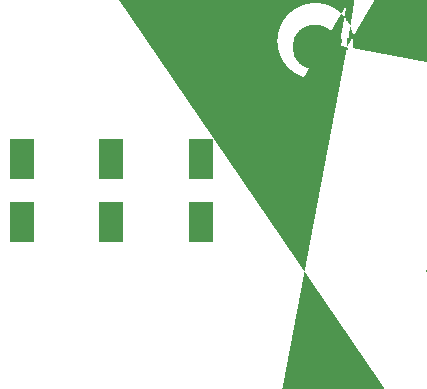
<source format=gbr>
%TF.GenerationSoftware,KiCad,Pcbnew,(6.0.4-0)*%
%TF.CreationDate,2022-06-23T19:39:28+02:00*%
%TF.ProjectId,GlowTubeLEDconnectorA_PCB,476c6f77-5475-4626-954c-4544636f6e6e,rev?*%
%TF.SameCoordinates,Original*%
%TF.FileFunction,Soldermask,Bot*%
%TF.FilePolarity,Negative*%
%FSLAX46Y46*%
G04 Gerber Fmt 4.6, Leading zero omitted, Abs format (unit mm)*
G04 Created by KiCad (PCBNEW (6.0.4-0)) date 2022-06-23 19:39:28*
%MOMM*%
%LPD*%
G01*
G04 APERTURE LIST*
G04 Aperture macros list*
%AMFreePoly0*
4,1,112,3.105582,3.191654,3.458980,3.129341,3.803230,3.028022,4.134041,2.888962,4.447289,2.713894,4.739071,2.504999,5.005748,2.264881,5.243998,1.996534,5.450851,1.703301,5.623729,1.388838,5.760476,1.057065,5.859388,0.712116,5.919233,0.358291,5.939265,0.000000,5.938012,-0.089748,5.907984,-0.447339,5.838283,-0.799355,5.729777,-1.141408,5.583820,-1.469234,5.402230,-1.778747,
5.187270,-2.066090,4.941620,-2.327680,4.668342,-2.560258,4.370841,-2.760925,4.052827,-2.927179,3.718263,-3.056948,3.371318,-3.148614,3.016317,-3.201036,2.657686,-3.213560,2.299893,-3.186029,1.947399,-3.118788,1.604597,-3.012673,1.275760,-2.869007,0.964987,-2.689582,0.676150,-2.476634,0.412851,-2.232816,0.178371,-1.961168,-0.024367,-1.665076,-0.192837,-1.348230,-0.324939,-1.014580,
-0.419026,-0.668283,-0.473925,-0.313657,-0.481420,-0.134825,-0.481581,-0.134460,-0.499164,0.000000,0.505984,0.000000,0.524968,-0.289640,0.581595,-0.574324,0.674897,-0.849181,0.803276,-1.109508,0.964536,-1.350851,1.155919,-1.569081,1.374149,-1.760464,1.615492,-1.921724,1.875819,-2.050103,2.150676,-2.143405,2.435360,-2.200032,2.725000,-2.219016,3.014640,-2.200032,3.299324,-2.143405,
3.574181,-2.050103,3.834508,-1.921724,4.075851,-1.760464,4.294081,-1.569081,4.485464,-1.350851,4.646724,-1.109508,4.775103,-0.849181,4.868405,-0.574324,4.925032,-0.289640,4.944016,0.000000,4.925032,0.289640,4.868405,0.574324,4.775103,0.849181,4.646724,1.109508,4.485464,1.350851,4.294081,1.569081,4.075851,1.760464,3.834508,1.921724,3.574181,2.050103,3.299324,2.143405,
3.014640,2.200032,2.725000,2.219016,2.435360,2.200032,2.150676,2.143405,1.875819,2.050103,1.615492,1.921724,1.374149,1.760464,1.155919,1.569081,0.964536,1.350851,0.803276,1.109508,0.674897,0.849181,0.581595,0.574324,0.524968,0.289640,0.505984,0.000000,-0.499164,0.000000,-0.499963,0.006109,-0.484897,0.102868,-0.463920,0.402854,-0.399140,0.755809,-0.295421,1.099343,
-0.154055,1.429175,0.023196,1.741194,0.234123,2.031510,0.476097,2.296505,0.746101,2.532875,1.040770,2.737676,1.356433,2.908354,1.689153,3.042782,2.034784,3.139284,2.389018,3.196657,2.747440,3.214187,3.105582,3.191654,3.105582,3.191654,$1*%
G04 Aperture macros list end*
%ADD10C,3.800000*%
%ADD11FreePoly0,180.000000*%
%ADD12R,2.000000X3.500000*%
G04 APERTURE END LIST*
D10*
%TO.C,U3*%
X114730030Y-60222540D03*
D11*
X117457800Y-60220000D03*
%TD*%
D12*
%TO.C,P6*%
X89950000Y-69710000D03*
%TD*%
%TO.C,P4*%
X105090000Y-75010800D03*
%TD*%
%TO.C,P3*%
X89950000Y-75010800D03*
%TD*%
%TO.C,P2*%
X97480000Y-69710000D03*
%TD*%
%TO.C,P5*%
X97480000Y-75010800D03*
%TD*%
%TO.C,P1*%
X105090000Y-69710000D03*
%TD*%
M02*

</source>
